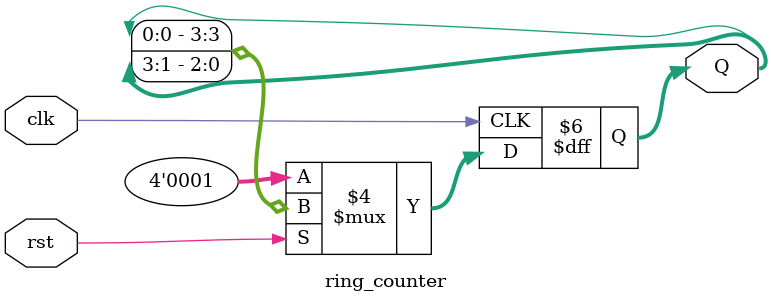
<source format=v>
module ring_counter(clk,rst,Q);
  input clk,rst;
  parameter width =4;
  output reg [width-1:0]Q;
  always@(posedge clk)
    begin
      if (~rst) 
        Q[width-1:0]=1;
      else
        Q[width-1:0] = {(Q[0]),Q[width-1:1]};
      
    end

endmodule

</source>
